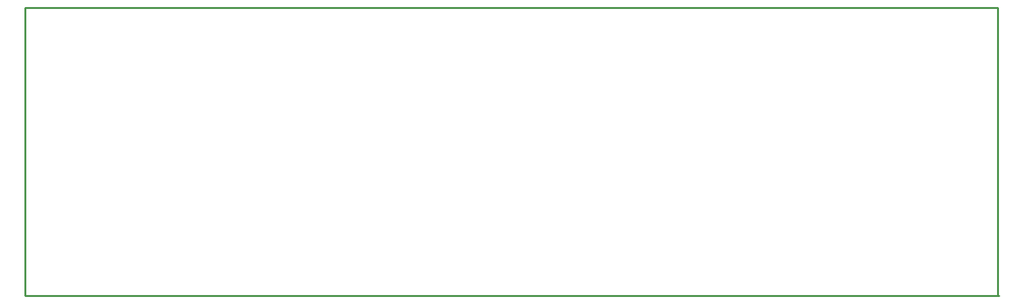
<source format=gm1>
G04*
G04 #@! TF.GenerationSoftware,Altium Limited,Altium Designer,25.3.3 (18)*
G04*
G04 Layer_Color=16711935*
%FSLAX44Y44*%
%MOMM*%
G71*
G04*
G04 #@! TF.SameCoordinates,9AC58102-6E01-47F4-9C41-847502B80828*
G04*
G04*
G04 #@! TF.FilePolarity,Positive*
G04*
G01*
G75*
%ADD16C,0.2540*%
D16*
Y381000D02*
X1282700D01*
X0Y0D02*
Y381000D01*
X1282700Y1270D02*
Y381000D01*
Y1270D02*
X1283970Y0D01*
X0D02*
X1283970D01*
M02*

</source>
